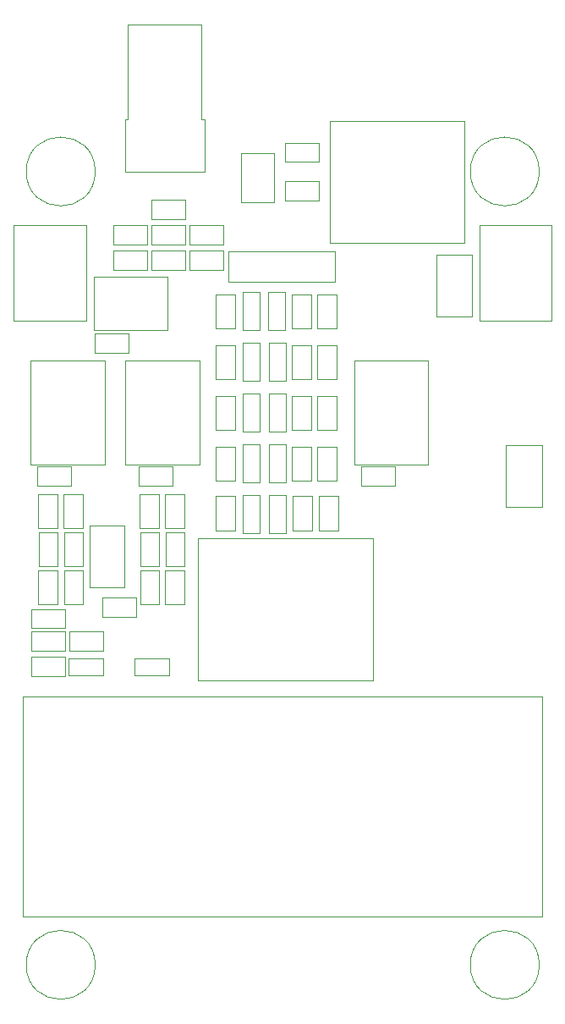
<source format=gbr>
G04 #@! TF.GenerationSoftware,KiCad,Pcbnew,7.0.5-unknown-202306101748~6fbdf8f0e2~ubuntu22.04.1*
G04 #@! TF.CreationDate,2023-07-24T18:09:27+01:00*
G04 #@! TF.ProjectId,pico_rx,7069636f-5f72-4782-9e6b-696361645f70,rev?*
G04 #@! TF.SameCoordinates,Original*
G04 #@! TF.FileFunction,Other,User*
%FSLAX46Y46*%
G04 Gerber Fmt 4.6, Leading zero omitted, Abs format (unit mm)*
G04 Created by KiCad (PCBNEW 7.0.5-unknown-202306101748~6fbdf8f0e2~ubuntu22.04.1) date 2023-07-24 18:09:27*
%MOMM*%
%LPD*%
G01*
G04 APERTURE LIST*
%ADD10C,0.050000*%
%ADD11C,0.120000*%
G04 APERTURE END LIST*
D10*
X114075000Y-115250000D02*
X110715000Y-115250000D01*
X114075000Y-113350000D02*
X114075000Y-115250000D01*
X110715000Y-115250000D02*
X110715000Y-113350000D01*
X110715000Y-113350000D02*
X114075000Y-113350000D01*
X128620000Y-141300000D02*
X128620000Y-137900000D01*
X130580000Y-141300000D02*
X128620000Y-141300000D01*
X128620000Y-137900000D02*
X130580000Y-137900000D01*
X130580000Y-137900000D02*
X130580000Y-141300000D01*
X120940000Y-131240000D02*
X120940000Y-127840000D01*
X122900000Y-131240000D02*
X120940000Y-131240000D01*
X120940000Y-127840000D02*
X122900000Y-127840000D01*
X122900000Y-127840000D02*
X122900000Y-131240000D01*
X123610000Y-136540000D02*
X123610000Y-132700000D01*
X125310000Y-136540000D02*
X123610000Y-136540000D01*
X123610000Y-132700000D02*
X125310000Y-132700000D01*
X125310000Y-132700000D02*
X125310000Y-136540000D01*
X102460000Y-151450000D02*
X105820000Y-151450000D01*
X102460000Y-153350000D02*
X102460000Y-151450000D01*
X105820000Y-151450000D02*
X105820000Y-153350000D01*
X105820000Y-153350000D02*
X102460000Y-153350000D01*
X108860000Y-105410000D02*
G75*
G03*
X108860000Y-105410000I-3450000J0D01*
G01*
X120940000Y-121080000D02*
X120940000Y-117680000D01*
X122900000Y-121080000D02*
X120940000Y-121080000D01*
X120940000Y-117680000D02*
X122900000Y-117680000D01*
X122900000Y-117680000D02*
X122900000Y-121080000D01*
X105120000Y-145300000D02*
X105120000Y-148700000D01*
X103160000Y-145300000D02*
X105120000Y-145300000D01*
X105120000Y-148700000D02*
X103160000Y-148700000D01*
X103160000Y-148700000D02*
X103160000Y-145300000D01*
X100702500Y-120345000D02*
X100702500Y-110795000D01*
X107952500Y-120345000D02*
X100702500Y-120345000D01*
X100702500Y-110795000D02*
X107952500Y-110795000D01*
X107952500Y-110795000D02*
X107952500Y-120345000D01*
X131100000Y-136320000D02*
X131100000Y-132920000D01*
X133060000Y-136320000D02*
X131100000Y-136320000D01*
X131100000Y-132920000D02*
X133060000Y-132920000D01*
X133060000Y-132920000D02*
X133060000Y-136320000D01*
X111770000Y-140805000D02*
X108270000Y-140805000D01*
X108270000Y-140805000D02*
X108270000Y-147045000D01*
X111770000Y-147045000D02*
X111770000Y-140805000D01*
X108270000Y-147045000D02*
X111770000Y-147045000D01*
X115250000Y-145357500D02*
X115250000Y-148717500D01*
X113350000Y-145357500D02*
X115250000Y-145357500D01*
X115250000Y-148717500D02*
X113350000Y-148717500D01*
X113350000Y-148717500D02*
X113350000Y-145357500D01*
D11*
X101635000Y-179910000D02*
X101635000Y-157910000D01*
X153635000Y-179910000D02*
X101635000Y-179910000D01*
X101635000Y-157910000D02*
X153635000Y-157910000D01*
X153635000Y-157910000D02*
X153635000Y-179910000D01*
D10*
X127915000Y-122540000D02*
X127915000Y-126380000D01*
X126215000Y-122540000D02*
X127915000Y-122540000D01*
X127915000Y-126380000D02*
X126215000Y-126380000D01*
X126215000Y-126380000D02*
X126215000Y-122540000D01*
X117820000Y-137680000D02*
X117820000Y-141080000D01*
X115860000Y-137680000D02*
X117820000Y-137680000D01*
X117820000Y-141080000D02*
X115860000Y-141080000D01*
X115860000Y-141080000D02*
X115860000Y-137680000D01*
X153310000Y-184785000D02*
G75*
G03*
X153310000Y-184785000I-3450000J0D01*
G01*
X123445000Y-108495000D02*
X123445000Y-103595000D01*
X126745000Y-108495000D02*
X123445000Y-108495000D01*
X123445000Y-103595000D02*
X126745000Y-103595000D01*
X126745000Y-103595000D02*
X126745000Y-108495000D01*
X131100000Y-121080000D02*
X131100000Y-117680000D01*
X133060000Y-121080000D02*
X131100000Y-121080000D01*
X131100000Y-117680000D02*
X133060000Y-117680000D01*
X133060000Y-117680000D02*
X133060000Y-121080000D01*
X108860000Y-184785000D02*
G75*
G03*
X108860000Y-184785000I-3450000J0D01*
G01*
X102460000Y-149190000D02*
X105820000Y-149190000D01*
X102460000Y-151090000D02*
X102460000Y-149190000D01*
X105820000Y-149190000D02*
X105820000Y-151090000D01*
X105820000Y-151090000D02*
X102460000Y-151090000D01*
X127915000Y-132700000D02*
X127915000Y-136540000D01*
X126215000Y-132700000D02*
X127915000Y-132700000D01*
X127915000Y-136540000D02*
X126215000Y-136540000D01*
X126215000Y-136540000D02*
X126215000Y-132700000D01*
X106270000Y-151450000D02*
X109630000Y-151450000D01*
X106270000Y-153350000D02*
X106270000Y-151450000D01*
X109630000Y-151450000D02*
X109630000Y-153350000D01*
X109630000Y-153350000D02*
X106270000Y-153350000D01*
X103190000Y-144870000D02*
X103190000Y-141510000D01*
X105090000Y-144870000D02*
X103190000Y-144870000D01*
X103190000Y-141510000D02*
X105090000Y-141510000D01*
X105090000Y-141510000D02*
X105090000Y-144870000D01*
X107630000Y-145315000D02*
X107630000Y-148675000D01*
X105730000Y-145315000D02*
X107630000Y-145315000D01*
X107630000Y-148675000D02*
X105730000Y-148675000D01*
X105730000Y-148675000D02*
X105730000Y-145315000D01*
X114095000Y-112740000D02*
X110695000Y-112740000D01*
X114095000Y-110780000D02*
X114095000Y-112740000D01*
X110695000Y-112740000D02*
X110695000Y-110780000D01*
X110695000Y-110780000D02*
X114095000Y-110780000D01*
X136628000Y-156325000D02*
X136628000Y-142125000D01*
X136628000Y-156325000D02*
X119128000Y-156325000D01*
X119128000Y-142125000D02*
X136628000Y-142125000D01*
X119128000Y-142125000D02*
X119128000Y-156325000D01*
X123610000Y-121300000D02*
X123610000Y-117460000D01*
X125310000Y-121300000D02*
X123610000Y-121300000D01*
X123610000Y-117460000D02*
X125310000Y-117460000D01*
X125310000Y-117460000D02*
X125310000Y-121300000D01*
X117820000Y-145300000D02*
X117820000Y-148700000D01*
X115860000Y-145300000D02*
X117820000Y-145300000D01*
X117820000Y-148700000D02*
X115860000Y-148700000D01*
X115860000Y-148700000D02*
X115860000Y-145300000D01*
X108700000Y-115900000D02*
X108700000Y-121300000D01*
X108700000Y-121300000D02*
X116100000Y-121300000D01*
X116100000Y-115900000D02*
X108700000Y-115900000D01*
X116100000Y-121300000D02*
X116100000Y-115900000D01*
X127950000Y-137780000D02*
X127950000Y-141620000D01*
X126250000Y-137780000D02*
X127950000Y-137780000D01*
X127950000Y-141620000D02*
X126250000Y-141620000D01*
X126250000Y-141620000D02*
X126250000Y-137780000D01*
X127860000Y-102555000D02*
X131220000Y-102555000D01*
X127860000Y-104455000D02*
X127860000Y-102555000D01*
X131220000Y-102555000D02*
X131220000Y-104455000D01*
X131220000Y-104455000D02*
X127860000Y-104455000D01*
D11*
X132315000Y-100330000D02*
X132315000Y-112580000D01*
X132315000Y-112580000D02*
X145815000Y-112580000D01*
X145815000Y-100330000D02*
X132315000Y-100330000D01*
X145815000Y-112580000D02*
X145815000Y-100330000D01*
D10*
X118335000Y-110810000D02*
X121695000Y-110810000D01*
X118335000Y-112710000D02*
X118335000Y-110810000D01*
X121695000Y-110810000D02*
X121695000Y-112710000D01*
X121695000Y-112710000D02*
X118335000Y-112710000D01*
X119270000Y-134740000D02*
X119270000Y-124340000D01*
X119270000Y-124340000D02*
X111870000Y-124340000D01*
X111870000Y-134740000D02*
X119270000Y-134740000D01*
X111870000Y-124340000D02*
X111870000Y-134740000D01*
X131220000Y-141300000D02*
X131220000Y-137900000D01*
X133180000Y-141300000D02*
X131220000Y-141300000D01*
X131220000Y-137900000D02*
X133180000Y-137900000D01*
X133180000Y-137900000D02*
X133180000Y-141300000D01*
X120940000Y-136320000D02*
X120940000Y-132920000D01*
X122900000Y-136320000D02*
X120940000Y-136320000D01*
X120940000Y-132920000D02*
X122900000Y-132920000D01*
X122900000Y-132920000D02*
X122900000Y-136320000D01*
X123650000Y-141620000D02*
X123650000Y-137780000D01*
X125350000Y-141620000D02*
X123650000Y-141620000D01*
X123650000Y-137780000D02*
X125350000Y-137780000D01*
X125350000Y-137780000D02*
X125350000Y-141620000D01*
X115280000Y-137675000D02*
X115280000Y-141075000D01*
X113320000Y-137675000D02*
X115280000Y-137675000D01*
X115280000Y-141075000D02*
X113320000Y-141075000D01*
X113320000Y-141075000D02*
X113320000Y-137675000D01*
X122195000Y-113365000D02*
X122195000Y-116435000D01*
X122195000Y-116435000D02*
X132885000Y-116435000D01*
X132885000Y-113365000D02*
X122195000Y-113365000D01*
X132885000Y-116435000D02*
X132885000Y-113365000D01*
X149965000Y-132820000D02*
X149965000Y-138970000D01*
X149965000Y-138970000D02*
X153565000Y-138970000D01*
X153565000Y-132820000D02*
X149965000Y-132820000D01*
X153565000Y-138970000D02*
X153565000Y-132820000D01*
X112757500Y-154090000D02*
X116257500Y-154090000D01*
X112757500Y-155790000D02*
X112757500Y-154090000D01*
X116257500Y-154090000D02*
X116257500Y-155790000D01*
X116257500Y-155790000D02*
X112757500Y-155790000D01*
X128560000Y-126160000D02*
X128560000Y-122760000D01*
X130520000Y-126160000D02*
X128560000Y-126160000D01*
X128560000Y-122760000D02*
X130520000Y-122760000D01*
X130520000Y-122760000D02*
X130520000Y-126160000D01*
X117905000Y-110200000D02*
X114505000Y-110200000D01*
X117905000Y-108240000D02*
X117905000Y-110200000D01*
X114505000Y-110200000D02*
X114505000Y-108240000D01*
X114505000Y-108240000D02*
X117905000Y-108240000D01*
X123610000Y-131460000D02*
X123610000Y-127620000D01*
X125310000Y-131460000D02*
X123610000Y-131460000D01*
X123610000Y-127620000D02*
X125310000Y-127620000D01*
X125310000Y-127620000D02*
X125310000Y-131460000D01*
X119824000Y-105416000D02*
X111824000Y-105416000D01*
X119824000Y-100216000D02*
X119824000Y-105416000D01*
X119504000Y-100216000D02*
X119824000Y-100216000D01*
X119504000Y-90696000D02*
X119504000Y-100216000D01*
X112144000Y-100216000D02*
X112144000Y-90696000D01*
X112144000Y-100216000D02*
X111824000Y-100216000D01*
X112144000Y-90696000D02*
X119504000Y-90696000D01*
X111824000Y-100216000D02*
X111824000Y-105416000D01*
X113350000Y-144865000D02*
X113350000Y-141505000D01*
X115250000Y-144865000D02*
X113350000Y-144865000D01*
X113350000Y-141505000D02*
X115250000Y-141505000D01*
X115250000Y-141505000D02*
X115250000Y-144865000D01*
X154567500Y-110795000D02*
X154567500Y-120345000D01*
X147317500Y-110795000D02*
X154567500Y-110795000D01*
X154567500Y-120345000D02*
X147317500Y-120345000D01*
X147317500Y-120345000D02*
X147317500Y-110795000D01*
X131100000Y-131240000D02*
X131100000Y-127840000D01*
X133060000Y-131240000D02*
X131100000Y-131240000D01*
X131100000Y-127840000D02*
X133060000Y-127840000D01*
X133060000Y-127840000D02*
X133060000Y-131240000D01*
X153310000Y-105410000D02*
G75*
G03*
X153310000Y-105410000I-3450000J0D01*
G01*
X128560000Y-131240000D02*
X128560000Y-127840000D01*
X130520000Y-131240000D02*
X128560000Y-131240000D01*
X128560000Y-127840000D02*
X130520000Y-127840000D01*
X130520000Y-127840000D02*
X130520000Y-131240000D01*
X120920000Y-141300000D02*
X120920000Y-137900000D01*
X122880000Y-141300000D02*
X120920000Y-141300000D01*
X120920000Y-137900000D02*
X122880000Y-137900000D01*
X122880000Y-137900000D02*
X122880000Y-141300000D01*
X142175000Y-134740000D02*
X142175000Y-124340000D01*
X142175000Y-124340000D02*
X134775000Y-124340000D01*
X134775000Y-134740000D02*
X142175000Y-134740000D01*
X134775000Y-124340000D02*
X134775000Y-134740000D01*
X127850000Y-117460000D02*
X127850000Y-121300000D01*
X126150000Y-117460000D02*
X127850000Y-117460000D01*
X127850000Y-121300000D02*
X126150000Y-121300000D01*
X126150000Y-121300000D02*
X126150000Y-117460000D01*
X127915000Y-127620000D02*
X127915000Y-131460000D01*
X126215000Y-127620000D02*
X127915000Y-127620000D01*
X127915000Y-131460000D02*
X126215000Y-131460000D01*
X126215000Y-131460000D02*
X126215000Y-127620000D01*
X128560000Y-136320000D02*
X128560000Y-132920000D01*
X130520000Y-136320000D02*
X128560000Y-136320000D01*
X128560000Y-132920000D02*
X130520000Y-132920000D01*
X130520000Y-132920000D02*
X130520000Y-136320000D01*
X135460000Y-134910000D02*
X138860000Y-134910000D01*
X135460000Y-136870000D02*
X135460000Y-134910000D01*
X138860000Y-134910000D02*
X138860000Y-136870000D01*
X138860000Y-136870000D02*
X135460000Y-136870000D01*
X106200000Y-154090000D02*
X109700000Y-154090000D01*
X106200000Y-155790000D02*
X106200000Y-154090000D01*
X109700000Y-154090000D02*
X109700000Y-155790000D01*
X109700000Y-155790000D02*
X106200000Y-155790000D01*
X105730000Y-144865000D02*
X105730000Y-141505000D01*
X107630000Y-144865000D02*
X105730000Y-144865000D01*
X105730000Y-141505000D02*
X107630000Y-141505000D01*
X107630000Y-141505000D02*
X107630000Y-144865000D01*
X105820000Y-155890000D02*
X102460000Y-155890000D01*
X105820000Y-153990000D02*
X105820000Y-155890000D01*
X102460000Y-155890000D02*
X102460000Y-153990000D01*
X102460000Y-153990000D02*
X105820000Y-153990000D01*
X120940000Y-126160000D02*
X120940000Y-122760000D01*
X122900000Y-126160000D02*
X120940000Y-126160000D01*
X120940000Y-122760000D02*
X122900000Y-122760000D01*
X122900000Y-122760000D02*
X122900000Y-126160000D01*
X105120000Y-137680000D02*
X105120000Y-141080000D01*
X103160000Y-137680000D02*
X105120000Y-137680000D01*
X105120000Y-141080000D02*
X103160000Y-141080000D01*
X103160000Y-141080000D02*
X103160000Y-137680000D01*
X115890000Y-144870000D02*
X115890000Y-141510000D01*
X117790000Y-144870000D02*
X115890000Y-144870000D01*
X115890000Y-141510000D02*
X117790000Y-141510000D01*
X117790000Y-141510000D02*
X117790000Y-144870000D01*
X123610000Y-126380000D02*
X123610000Y-122540000D01*
X125310000Y-126380000D02*
X123610000Y-126380000D01*
X123610000Y-122540000D02*
X125310000Y-122540000D01*
X125310000Y-122540000D02*
X125310000Y-126380000D01*
X142980000Y-113765000D02*
X142980000Y-119915000D01*
X142980000Y-119915000D02*
X146580000Y-119915000D01*
X146580000Y-113765000D02*
X142980000Y-113765000D01*
X146580000Y-119915000D02*
X146580000Y-113765000D01*
X107660000Y-137675000D02*
X107660000Y-141075000D01*
X105700000Y-137675000D02*
X107660000Y-137675000D01*
X107660000Y-141075000D02*
X105700000Y-141075000D01*
X105700000Y-141075000D02*
X105700000Y-137675000D01*
X117885000Y-112710000D02*
X114525000Y-112710000D01*
X117885000Y-110810000D02*
X117885000Y-112710000D01*
X114525000Y-112710000D02*
X114525000Y-110810000D01*
X114525000Y-110810000D02*
X117885000Y-110810000D01*
X112952000Y-149951000D02*
X109552000Y-149951000D01*
X112952000Y-147991000D02*
X112952000Y-149951000D01*
X109552000Y-149951000D02*
X109552000Y-147991000D01*
X109552000Y-147991000D02*
X112952000Y-147991000D01*
X109810000Y-134740000D02*
X109810000Y-124340000D01*
X109810000Y-124340000D02*
X102410000Y-124340000D01*
X102410000Y-134740000D02*
X109810000Y-134740000D01*
X102410000Y-124340000D02*
X102410000Y-134740000D01*
X127840000Y-106335000D02*
X131240000Y-106335000D01*
X127840000Y-108295000D02*
X127840000Y-106335000D01*
X131240000Y-106335000D02*
X131240000Y-108295000D01*
X131240000Y-108295000D02*
X127840000Y-108295000D01*
X113235000Y-134910000D02*
X116635000Y-134910000D01*
X113235000Y-136870000D02*
X113235000Y-134910000D01*
X116635000Y-134910000D02*
X116635000Y-136870000D01*
X116635000Y-136870000D02*
X113235000Y-136870000D01*
X103075000Y-134910000D02*
X106475000Y-134910000D01*
X103075000Y-136870000D02*
X103075000Y-134910000D01*
X106475000Y-134910000D02*
X106475000Y-136870000D01*
X106475000Y-136870000D02*
X103075000Y-136870000D01*
X128560000Y-121080000D02*
X128560000Y-117680000D01*
X130520000Y-121080000D02*
X128560000Y-121080000D01*
X128560000Y-117680000D02*
X130520000Y-117680000D01*
X130520000Y-117680000D02*
X130520000Y-121080000D01*
X131100000Y-126160000D02*
X131100000Y-122760000D01*
X133060000Y-126160000D02*
X131100000Y-126160000D01*
X131100000Y-122760000D02*
X133060000Y-122760000D01*
X133060000Y-122760000D02*
X133060000Y-126160000D01*
X114525000Y-113350000D02*
X117885000Y-113350000D01*
X114525000Y-115250000D02*
X114525000Y-113350000D01*
X117885000Y-113350000D02*
X117885000Y-115250000D01*
X117885000Y-115250000D02*
X114525000Y-115250000D01*
X112190000Y-123535000D02*
X108790000Y-123535000D01*
X112190000Y-121575000D02*
X112190000Y-123535000D01*
X108790000Y-123535000D02*
X108790000Y-121575000D01*
X108790000Y-121575000D02*
X112190000Y-121575000D01*
X121695000Y-115250000D02*
X118335000Y-115250000D01*
X121695000Y-113350000D02*
X121695000Y-115250000D01*
X118335000Y-115250000D02*
X118335000Y-113350000D01*
X118335000Y-113350000D02*
X121695000Y-113350000D01*
M02*

</source>
